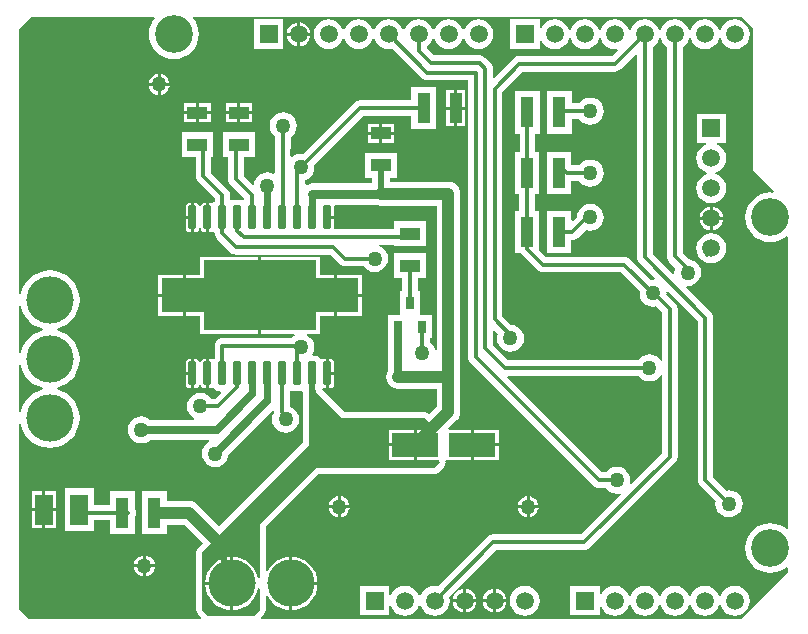
<source format=gtl>
G04*
G04 #@! TF.GenerationSoftware,Altium Limited,Altium Designer,18.0.7 (293)*
G04*
G04 Layer_Physical_Order=1*
G04 Layer_Color=255*
%FSLAX25Y25*%
%MOIN*%
G70*
G01*
G75*
%ADD13R,0.15748X0.07874*%
%ADD14R,0.04331X0.10236*%
%ADD15R,0.06693X0.04331*%
%ADD16R,0.05906X0.10236*%
%ADD17R,0.02756X0.03937*%
G04:AMPARAMS|DCode=18|XSize=78.35mil|YSize=24.8mil|CornerRadius=1.98mil|HoleSize=0mil|Usage=FLASHONLY|Rotation=90.000|XOffset=0mil|YOffset=0mil|HoleType=Round|Shape=RoundedRectangle|*
%AMROUNDEDRECTD18*
21,1,0.07835,0.02084,0,0,90.0*
21,1,0.07438,0.02480,0,0,90.0*
1,1,0.00397,0.01042,0.03719*
1,1,0.00397,0.01042,-0.03719*
1,1,0.00397,-0.01042,-0.03719*
1,1,0.00397,-0.01042,0.03719*
%
%ADD18ROUNDEDRECTD18*%
%ADD33R,0.37795X0.23622*%
%ADD34R,0.15748X0.11417*%
%ADD35C,0.01181*%
%ADD36C,0.00000*%
%ADD37C,0.03937*%
%ADD38C,0.01968*%
%ADD39C,0.02756*%
%ADD40C,0.03150*%
%ADD41C,0.02362*%
%ADD42R,0.05906X0.05906*%
%ADD43C,0.05906*%
%ADD44R,0.05906X0.05906*%
%ADD45C,0.15748*%
%ADD46C,0.12598*%
%ADD47C,0.05000*%
G36*
X52559Y204724D02*
X52796Y204224D01*
X52148Y203434D01*
X51380Y201998D01*
X50907Y200440D01*
X50747Y198819D01*
X50907Y197198D01*
X51380Y195640D01*
X52148Y194203D01*
X53181Y192945D01*
X54440Y191911D01*
X55876Y191144D01*
X57434Y190671D01*
X59055Y190511D01*
X60676Y190671D01*
X62234Y191144D01*
X63671Y191911D01*
X64929Y192945D01*
X65963Y194203D01*
X66730Y195640D01*
X67203Y197198D01*
X67363Y198819D01*
X67203Y200440D01*
X66730Y201998D01*
X65963Y203434D01*
X65314Y204224D01*
X65551Y204724D01*
X248031Y204724D01*
X251969Y200787D01*
Y153543D01*
X259019Y146493D01*
X258792Y146013D01*
X257874Y146103D01*
X256253Y145943D01*
X254695Y145471D01*
X253258Y144703D01*
X252000Y143670D01*
X250966Y142411D01*
X250199Y140975D01*
X249726Y139416D01*
X249566Y137795D01*
X249726Y136175D01*
X250199Y134616D01*
X250966Y133180D01*
X252000Y131921D01*
X253258Y130888D01*
X254695Y130120D01*
X256253Y129647D01*
X257874Y129488D01*
X259495Y129647D01*
X261053Y130120D01*
X262490Y130888D01*
X263280Y131536D01*
X263779Y131300D01*
Y34055D01*
X263280Y33819D01*
X262490Y34467D01*
X261053Y35234D01*
X259495Y35707D01*
X257874Y35867D01*
X256253Y35707D01*
X254695Y35234D01*
X253258Y34467D01*
X252000Y33434D01*
X250966Y32175D01*
X250199Y30738D01*
X249726Y29180D01*
X249566Y27559D01*
X249726Y25938D01*
X250199Y24380D01*
X250966Y22944D01*
X252000Y21685D01*
X253258Y20652D01*
X254695Y19884D01*
X256253Y19411D01*
X257874Y19251D01*
X259495Y19411D01*
X261053Y19884D01*
X262490Y20652D01*
X263280Y21300D01*
X263779Y21063D01*
Y19685D01*
X248031Y3937D01*
X88137Y3937D01*
X87946Y4399D01*
X89018Y5471D01*
X89453Y6122D01*
X89605Y6890D01*
Y11626D01*
X90105Y11752D01*
X90617Y10794D01*
X91726Y9443D01*
X93077Y8334D01*
X94619Y7510D01*
X96292Y7002D01*
X97531Y6880D01*
Y15748D01*
Y24616D01*
X96292Y24494D01*
X94619Y23986D01*
X93077Y23162D01*
X91726Y22053D01*
X90617Y20702D01*
X90105Y19745D01*
X89605Y19870D01*
Y34602D01*
X107131Y52127D01*
X145669D01*
X146437Y52280D01*
X147089Y52715D01*
X149057Y54683D01*
X149492Y55334D01*
X149645Y56102D01*
X149548Y56589D01*
X149908Y57064D01*
X149923Y57071D01*
X157965D01*
Y62008D01*
Y66945D01*
X150773D01*
X150582Y67407D01*
X153398Y70223D01*
X154029Y71046D01*
X154426Y72004D01*
X154561Y73031D01*
Y84646D01*
Y145669D01*
X154426Y146697D01*
X154029Y147655D01*
X153398Y148477D01*
X152576Y149108D01*
X151618Y149505D01*
X150591Y149640D01*
X135827D01*
X135230Y149562D01*
X130931D01*
Y150984D01*
X133268D01*
Y159252D01*
X122638D01*
Y150984D01*
X124974D01*
Y149165D01*
X105236D01*
X104311Y149043D01*
X103449Y148686D01*
X103266Y148545D01*
X102817Y148766D01*
Y150287D01*
X103631Y150624D01*
X104565Y151341D01*
X105281Y152274D01*
X105731Y153361D01*
X105885Y154528D01*
X105785Y155285D01*
X122132Y171632D01*
X138189D01*
Y167126D01*
X146457D01*
Y181299D01*
X138189D01*
Y176794D01*
X121063D01*
X120395Y176706D01*
X119772Y176448D01*
X119238Y176038D01*
X102135Y158935D01*
X101378Y159035D01*
X100211Y158881D01*
X99124Y158431D01*
X98376Y157857D01*
X97876Y158094D01*
Y160534D01*
X97966Y160749D01*
X98054Y161417D01*
Y164655D01*
X98659Y165120D01*
X99376Y166054D01*
X99826Y167141D01*
X99980Y168307D01*
X99826Y169474D01*
X99376Y170561D01*
X98659Y171494D01*
X97726Y172210D01*
X96639Y172661D01*
X95472Y172814D01*
X94306Y172661D01*
X93219Y172210D01*
X92286Y171494D01*
X91569Y170561D01*
X91119Y169474D01*
X90965Y168307D01*
X91119Y167141D01*
X91569Y166054D01*
X92286Y165120D01*
X92891Y164655D01*
Y162478D01*
X92802Y162262D01*
X92714Y161594D01*
Y152639D01*
X92214Y152324D01*
X91403Y152661D01*
X90236Y152814D01*
X89070Y152661D01*
X87983Y152210D01*
X87049Y151494D01*
X86333Y150561D01*
X85883Y149474D01*
X85803Y148869D01*
X85275Y148690D01*
X82306Y151660D01*
Y157874D01*
X86024D01*
Y166142D01*
X75394D01*
Y157874D01*
X77143D01*
Y150591D01*
X77231Y149923D01*
X77489Y149300D01*
X77899Y148765D01*
X82487Y144178D01*
X82459Y143932D01*
X82385Y143849D01*
X81946Y143591D01*
X81278Y143723D01*
X79194D01*
X78349Y143555D01*
X78258Y143495D01*
X77817Y143730D01*
Y145236D01*
X77729Y145904D01*
X77472Y146527D01*
X77061Y147061D01*
X71479Y152644D01*
Y157874D01*
X72244D01*
Y166142D01*
X61614D01*
Y157874D01*
X66316D01*
Y151575D01*
X66404Y150907D01*
X66662Y150284D01*
X67072Y149750D01*
X72655Y144167D01*
Y143092D01*
X72632Y143076D01*
X72432Y142776D01*
X71746Y142643D01*
X71278Y142736D01*
X70736D01*
Y137795D01*
Y132854D01*
X71278D01*
X71746Y132948D01*
X72432Y132814D01*
X72632Y132514D01*
X72655Y132499D01*
Y132441D01*
X72743Y131773D01*
X73001Y131150D01*
X73411Y130616D01*
X77899Y126128D01*
X78434Y125717D01*
X79056Y125460D01*
X79724Y125372D01*
X111136D01*
X114317Y122191D01*
X114851Y121780D01*
X115474Y121523D01*
X116142Y121435D01*
X122332D01*
X122797Y120829D01*
X123731Y120113D01*
X124818Y119662D01*
X125984Y119509D01*
X127151Y119662D01*
X128238Y120113D01*
X129171Y120829D01*
X129887Y121762D01*
X130338Y122849D01*
X130491Y124016D01*
X130338Y125182D01*
X129887Y126269D01*
X129171Y127203D01*
X128238Y127919D01*
X127468Y128238D01*
X127567Y128738D01*
X132480D01*
Y128150D01*
X143110D01*
Y136417D01*
X132480D01*
Y133900D01*
X112645D01*
X112500Y134076D01*
Y137295D01*
X110236D01*
Y138295D01*
X112500D01*
Y141514D01*
X112499Y141517D01*
X112910Y142017D01*
X126293D01*
X126925Y141755D01*
X127953Y141620D01*
X137717D01*
X138314Y141698D01*
X146619D01*
Y93463D01*
X146119Y93430D01*
X146086Y93686D01*
X145635Y94773D01*
X144919Y95707D01*
X144313Y96171D01*
Y97441D01*
X145079D01*
Y105315D01*
X141642D01*
X141142Y105315D01*
X141142Y105815D01*
Y113189D01*
X140376D01*
Y117520D01*
X143110D01*
Y125787D01*
X132480D01*
Y117520D01*
X135214D01*
Y113189D01*
X134449D01*
X134449Y105315D01*
X133949Y105315D01*
X130512D01*
Y101598D01*
X130483Y101378D01*
Y86714D01*
X130419Y86631D01*
X130023Y85673D01*
X129887Y84646D01*
X130023Y83618D01*
X130419Y82660D01*
X131050Y81838D01*
X131873Y81207D01*
X132831Y80810D01*
X133858Y80675D01*
X146619D01*
Y74676D01*
X144182Y72239D01*
X144136Y72285D01*
X143485Y72720D01*
X142717Y72873D01*
X115989Y72873D01*
X108490Y80372D01*
X108489Y80392D01*
X108672Y80897D01*
X108704Y80906D01*
X108727Y80900D01*
X109195Y80807D01*
X109736D01*
Y85748D01*
Y90689D01*
X109195D01*
X108727Y90596D01*
X108041Y90729D01*
X107840Y91029D01*
X107123Y91508D01*
X106278Y91676D01*
X105418D01*
X105197Y92125D01*
X105281Y92235D01*
X105731Y93322D01*
X105885Y94488D01*
X105731Y95655D01*
X105281Y96742D01*
X104565Y97675D01*
X103631Y98391D01*
X103464Y98461D01*
X103564Y98961D01*
X107634D01*
Y105063D01*
X112335D01*
Y111772D01*
Y118480D01*
X107634D01*
Y124583D01*
X88236D01*
Y111772D01*
Y98961D01*
X99192D01*
X99291Y98461D01*
X99124Y98391D01*
X98191Y97675D01*
X98058Y97502D01*
X75236D01*
X74568Y97414D01*
X73946Y97157D01*
X73411Y96746D01*
X73001Y96212D01*
X72743Y95589D01*
X72655Y94921D01*
Y91044D01*
X72632Y91029D01*
X72432Y90729D01*
X71746Y90596D01*
X71278Y90689D01*
X70736D01*
Y85748D01*
Y80807D01*
X71278D01*
X71746Y80900D01*
X72432Y80767D01*
X72632Y80467D01*
X73349Y79988D01*
X74195Y79820D01*
X74442D01*
X74634Y79358D01*
X72660Y77384D01*
X71565D01*
X71100Y77990D01*
X70167Y78706D01*
X69080Y79157D01*
X67913Y79310D01*
X66747Y79157D01*
X65660Y78706D01*
X64726Y77990D01*
X64010Y77057D01*
X63560Y75970D01*
X63406Y74803D01*
X63560Y73637D01*
X64010Y72550D01*
X64726Y71616D01*
X65660Y70900D01*
X65890Y70805D01*
X65791Y70305D01*
X51170D01*
X50482Y70832D01*
X49395Y71283D01*
X48228Y71436D01*
X47062Y71283D01*
X45975Y70832D01*
X45041Y70116D01*
X44325Y69183D01*
X43875Y68096D01*
X43721Y66929D01*
X43875Y65763D01*
X44325Y64676D01*
X45041Y63742D01*
X45975Y63026D01*
X47062Y62576D01*
X48228Y62422D01*
X49395Y62576D01*
X50482Y63026D01*
X51170Y63554D01*
X70712D01*
X70811Y63054D01*
X70581Y62958D01*
X69648Y62242D01*
X68931Y61309D01*
X68481Y60222D01*
X68328Y59055D01*
X68481Y57889D01*
X68931Y56802D01*
X69648Y55868D01*
X70581Y55152D01*
X71668Y54702D01*
X72835Y54548D01*
X74001Y54702D01*
X75088Y55152D01*
X76022Y55868D01*
X76738Y56802D01*
X77188Y57889D01*
X77301Y58748D01*
X91953Y73400D01*
X92491Y73230D01*
X92548Y72933D01*
X92371Y72703D01*
X91921Y71616D01*
X91767Y70450D01*
X91921Y69283D01*
X92371Y68196D01*
X93088Y67263D01*
X94021Y66546D01*
X95108Y66096D01*
X96274Y65943D01*
X97441Y66096D01*
X98528Y66546D01*
X99461Y67263D01*
X100178Y68196D01*
X100628Y69283D01*
X100782Y70450D01*
X100628Y71616D01*
X100178Y72703D01*
X99461Y73637D01*
X98528Y74353D01*
X97817Y74647D01*
Y79813D01*
X98258Y80049D01*
X98349Y79988D01*
X99195Y79820D01*
X101278D01*
X101758Y79915D01*
X102258Y79522D01*
Y62774D01*
X74223Y34739D01*
X66784Y42178D01*
X65962Y42809D01*
X65004Y43206D01*
X63976Y43341D01*
X56693D01*
Y46457D01*
X48425D01*
Y32283D01*
X56693D01*
Y35399D01*
X62331D01*
X68607Y29123D01*
X67085Y27600D01*
X66650Y26949D01*
X66497Y26181D01*
Y6890D01*
X66650Y6122D01*
X67085Y5471D01*
X68156Y4399D01*
X67965Y3937D01*
X10827D01*
X7516Y7248D01*
Y68914D01*
X8016Y68938D01*
X8016Y68937D01*
X8579Y67081D01*
X9493Y65372D01*
X10723Y63873D01*
X12222Y62643D01*
X13932Y61729D01*
X15787Y61166D01*
X17717Y60976D01*
X19646Y61166D01*
X21501Y61729D01*
X23211Y62643D01*
X24710Y63873D01*
X25940Y65372D01*
X26854Y67081D01*
X27417Y68937D01*
X27607Y70866D01*
X27417Y72796D01*
X26854Y74651D01*
X25940Y76361D01*
X24710Y77859D01*
X23211Y79089D01*
X21501Y80003D01*
X20038Y80447D01*
Y80970D01*
X21501Y81414D01*
X23211Y82328D01*
X24710Y83558D01*
X25940Y85057D01*
X26854Y86766D01*
X27417Y88622D01*
X27607Y90551D01*
X27417Y92481D01*
X26854Y94336D01*
X25940Y96046D01*
X24710Y97545D01*
X23211Y98774D01*
X21501Y99689D01*
X20038Y100132D01*
Y100655D01*
X21501Y101099D01*
X23211Y102013D01*
X24710Y103243D01*
X25940Y104742D01*
X26854Y106451D01*
X27417Y108307D01*
X27607Y110236D01*
X27417Y112166D01*
X26854Y114021D01*
X25940Y115731D01*
X24710Y117230D01*
X23211Y118460D01*
X21501Y119374D01*
X19646Y119936D01*
X17717Y120126D01*
X15787Y119936D01*
X13932Y119374D01*
X12222Y118460D01*
X10723Y117230D01*
X9493Y115731D01*
X8579Y114021D01*
X8016Y112166D01*
X8016Y112164D01*
X7516Y112189D01*
Y200430D01*
X11811Y204724D01*
X52559Y204724D01*
D02*
G37*
G36*
X8016Y108307D02*
X8579Y106451D01*
X9493Y104742D01*
X10723Y103243D01*
X12222Y102013D01*
X13932Y101099D01*
X15395Y100655D01*
Y100132D01*
X13932Y99689D01*
X12222Y98774D01*
X10723Y97545D01*
X9493Y96046D01*
X8579Y94336D01*
X8016Y92481D01*
X8016Y92479D01*
X7516Y92504D01*
Y108284D01*
X8016Y108308D01*
X8016Y108307D01*
D02*
G37*
G36*
Y88622D02*
X8579Y86766D01*
X9493Y85057D01*
X10723Y83558D01*
X12222Y82328D01*
X13932Y81414D01*
X15395Y80970D01*
Y80447D01*
X13932Y80003D01*
X12222Y79089D01*
X10723Y77859D01*
X9493Y76361D01*
X8579Y74651D01*
X8016Y72796D01*
X8016Y72794D01*
X7516Y72819D01*
Y88599D01*
X8016Y88623D01*
X8016Y88622D01*
D02*
G37*
G36*
X105736Y80807D02*
X105799D01*
X106299Y80316D01*
Y79724D01*
X115157Y70866D01*
X142717Y70866D01*
X146176Y67407D01*
X145984Y66945D01*
X140067D01*
Y62008D01*
Y57071D01*
X147441D01*
Y56299D01*
X147638Y56102D01*
X145669Y54134D01*
X106299D01*
X87598Y35433D01*
Y17448D01*
X87098Y17423D01*
X87092Y17488D01*
X86585Y19160D01*
X85761Y20702D01*
X84652Y22053D01*
X83301Y23162D01*
X81759Y23986D01*
X80086Y24494D01*
X78847Y24616D01*
Y15748D01*
Y6880D01*
X80086Y7002D01*
X81759Y7510D01*
X83301Y8334D01*
X84652Y9443D01*
X85761Y10794D01*
X86585Y12336D01*
X87092Y14008D01*
X87098Y14073D01*
X87598Y14048D01*
Y6890D01*
X85630Y4921D01*
X70472D01*
X68504Y6890D01*
Y26181D01*
X104331Y62008D01*
Y80807D01*
X104736D01*
Y85748D01*
X105736D01*
Y80807D01*
D02*
G37*
%LPC*%
G36*
X246063Y203783D02*
X244778Y203613D01*
X243581Y203118D01*
X242553Y202329D01*
X241764Y201301D01*
X241320Y200227D01*
X241319Y200227D01*
X240807D01*
X240806Y200227D01*
X240362Y201301D01*
X239573Y202329D01*
X238545Y203118D01*
X237348Y203613D01*
X236063Y203783D01*
X234778Y203613D01*
X233581Y203118D01*
X232553Y202329D01*
X231764Y201301D01*
X231320Y200227D01*
X231319Y200227D01*
X230807D01*
X230806Y200227D01*
X230362Y201301D01*
X229573Y202329D01*
X228545Y203118D01*
X227348Y203613D01*
X226063Y203783D01*
X224778Y203613D01*
X223581Y203118D01*
X222553Y202329D01*
X221764Y201301D01*
X221320Y200227D01*
X221319Y200227D01*
X220807D01*
X220806Y200227D01*
X220362Y201301D01*
X219573Y202329D01*
X218545Y203118D01*
X217348Y203613D01*
X216063Y203783D01*
X214778Y203613D01*
X213581Y203118D01*
X212553Y202329D01*
X211764Y201301D01*
X211320Y200227D01*
X211319Y200227D01*
X210807D01*
X210806Y200227D01*
X210362Y201301D01*
X209573Y202329D01*
X208545Y203118D01*
X207348Y203613D01*
X206063Y203783D01*
X204778Y203613D01*
X203581Y203118D01*
X202553Y202329D01*
X201764Y201301D01*
X201320Y200227D01*
X201319Y200227D01*
X200807D01*
X200806Y200227D01*
X200362Y201301D01*
X199573Y202329D01*
X198545Y203118D01*
X197348Y203613D01*
X196063Y203783D01*
X194778Y203613D01*
X193581Y203118D01*
X192553Y202329D01*
X191764Y201301D01*
X191320Y200227D01*
X191319Y200227D01*
X190807D01*
X190806Y200227D01*
X190362Y201301D01*
X189573Y202329D01*
X188545Y203118D01*
X187348Y203613D01*
X186063Y203783D01*
X184778Y203613D01*
X183581Y203118D01*
X182553Y202329D01*
X181764Y201301D01*
X181484Y200625D01*
X180984Y200724D01*
Y203740D01*
X171142D01*
Y193898D01*
X180984D01*
Y196914D01*
X181484Y197013D01*
X181764Y196337D01*
X182553Y195309D01*
X183581Y194520D01*
X184778Y194024D01*
X186063Y193855D01*
X187348Y194024D01*
X188545Y194520D01*
X189573Y195309D01*
X190362Y196337D01*
X190806Y197411D01*
X190807Y197411D01*
X191319D01*
X191320Y197411D01*
X191764Y196337D01*
X192553Y195309D01*
X193581Y194520D01*
X194778Y194024D01*
X196063Y193855D01*
X197348Y194024D01*
X198545Y194520D01*
X199573Y195309D01*
X200362Y196337D01*
X200806Y197411D01*
X200807Y197411D01*
X201319D01*
X201320Y197411D01*
X201764Y196337D01*
X202553Y195309D01*
X203581Y194520D01*
X204778Y194024D01*
X206063Y193855D01*
X206845Y193958D01*
X207078Y193484D01*
X205151Y191558D01*
X174213D01*
X173545Y191470D01*
X172922Y191212D01*
X172388Y190802D01*
X165838Y184252D01*
X165376Y184444D01*
Y187328D01*
X165288Y187996D01*
X165031Y188619D01*
X164620Y189153D01*
X162775Y190998D01*
X162241Y191409D01*
X161618Y191666D01*
X160950Y191754D01*
X145799D01*
X143388Y194166D01*
X143419Y194756D01*
X144140Y195309D01*
X144929Y196337D01*
X145373Y197411D01*
X145374Y197411D01*
X145886D01*
X145887Y197411D01*
X146331Y196337D01*
X147120Y195309D01*
X148148Y194520D01*
X149345Y194024D01*
X150630Y193855D01*
X151915Y194024D01*
X153112Y194520D01*
X154140Y195309D01*
X154929Y196337D01*
X155373Y197411D01*
X155374Y197411D01*
X155886D01*
X155886Y197411D01*
X156331Y196337D01*
X157120Y195309D01*
X158148Y194520D01*
X159345Y194024D01*
X160630Y193855D01*
X161915Y194024D01*
X163112Y194520D01*
X164140Y195309D01*
X164929Y196337D01*
X165425Y197534D01*
X165594Y198819D01*
X165425Y200104D01*
X164929Y201301D01*
X164140Y202329D01*
X163112Y203118D01*
X161915Y203613D01*
X160630Y203783D01*
X159345Y203613D01*
X158148Y203118D01*
X157120Y202329D01*
X156331Y201301D01*
X155886Y200227D01*
X155886Y200227D01*
X155374D01*
X155373Y200227D01*
X154929Y201301D01*
X154140Y202329D01*
X153112Y203118D01*
X151915Y203613D01*
X150630Y203783D01*
X149345Y203613D01*
X148148Y203118D01*
X147120Y202329D01*
X146331Y201301D01*
X145887Y200227D01*
X145886Y200227D01*
X145374D01*
X145373Y200227D01*
X144929Y201301D01*
X144140Y202329D01*
X143112Y203118D01*
X141915Y203613D01*
X140630Y203783D01*
X139345Y203613D01*
X138148Y203118D01*
X137120Y202329D01*
X136331Y201301D01*
X135887Y200227D01*
X135886Y200227D01*
X135374D01*
X135373Y200227D01*
X134929Y201301D01*
X134140Y202329D01*
X133112Y203118D01*
X131915Y203613D01*
X130630Y203783D01*
X129345Y203613D01*
X128148Y203118D01*
X127120Y202329D01*
X126331Y201301D01*
X125886Y200227D01*
X125886Y200227D01*
X125374D01*
X125373Y200227D01*
X124929Y201301D01*
X124140Y202329D01*
X123112Y203118D01*
X121915Y203613D01*
X120630Y203783D01*
X119345Y203613D01*
X118148Y203118D01*
X117120Y202329D01*
X116331Y201301D01*
X115886Y200227D01*
X115886Y200227D01*
X115374D01*
X115373Y200227D01*
X114929Y201301D01*
X114140Y202329D01*
X113112Y203118D01*
X111915Y203613D01*
X110630Y203783D01*
X109345Y203613D01*
X108148Y203118D01*
X107120Y202329D01*
X106331Y201301D01*
X105835Y200104D01*
X105666Y198819D01*
X105835Y197534D01*
X106331Y196337D01*
X107120Y195309D01*
X108148Y194520D01*
X109345Y194024D01*
X110630Y193855D01*
X111915Y194024D01*
X113112Y194520D01*
X114140Y195309D01*
X114929Y196337D01*
X115373Y197411D01*
X115374Y197411D01*
X115886D01*
X115886Y197411D01*
X116331Y196337D01*
X117120Y195309D01*
X118148Y194520D01*
X119345Y194024D01*
X120630Y193855D01*
X121915Y194024D01*
X123112Y194520D01*
X124140Y195309D01*
X124929Y196337D01*
X125373Y197411D01*
X125374Y197411D01*
X125886D01*
X125886Y197411D01*
X126331Y196337D01*
X127120Y195309D01*
X128148Y194520D01*
X129345Y194024D01*
X130630Y193855D01*
X131791Y194008D01*
X141600Y184198D01*
X142135Y183788D01*
X142757Y183530D01*
X143425Y183442D01*
X157064D01*
Y91339D01*
X157152Y90671D01*
X157410Y90048D01*
X157820Y89513D01*
X198962Y48372D01*
X199497Y47962D01*
X200119Y47704D01*
X200787Y47616D01*
X203041D01*
X203506Y47010D01*
X204439Y46294D01*
X205526Y45843D01*
X206693Y45690D01*
X207819Y45838D01*
X207859Y45802D01*
X207985Y45296D01*
X194797Y32109D01*
X165512D01*
X164844Y32021D01*
X164221Y31763D01*
X163687Y31353D01*
X147145Y14811D01*
X145984Y14964D01*
X144700Y14795D01*
X143502Y14299D01*
X142474Y13510D01*
X141685Y12482D01*
X141241Y11408D01*
X141240Y11408D01*
X140728D01*
X140728Y11408D01*
X140283Y12482D01*
X139494Y13510D01*
X138466Y14299D01*
X137269Y14795D01*
X135984Y14964D01*
X134699Y14795D01*
X133502Y14299D01*
X132474Y13510D01*
X131685Y12482D01*
X131405Y11806D01*
X130905Y11905D01*
Y14921D01*
X121063D01*
Y5079D01*
X130905D01*
Y8095D01*
X131405Y8194D01*
X131685Y7518D01*
X132474Y6490D01*
X133502Y5701D01*
X134699Y5205D01*
X135984Y5036D01*
X137269Y5205D01*
X138466Y5701D01*
X139494Y6490D01*
X140283Y7518D01*
X140728Y8592D01*
X140728Y8592D01*
X141240D01*
X141241Y8592D01*
X141685Y7518D01*
X142474Y6490D01*
X143502Y5701D01*
X144700Y5205D01*
X145984Y5036D01*
X147269Y5205D01*
X148466Y5701D01*
X149494Y6490D01*
X150283Y7518D01*
X150779Y8715D01*
X150948Y10000D01*
X150795Y11161D01*
X166581Y26946D01*
X195866D01*
X196534Y27034D01*
X197157Y27292D01*
X197691Y27702D01*
X226235Y56246D01*
X226645Y56780D01*
X226903Y57403D01*
X226991Y58071D01*
Y107283D01*
X226903Y107951D01*
X226645Y108574D01*
X226235Y109109D01*
X223245Y112099D01*
X223296Y112490D01*
X223234Y112960D01*
X223708Y113193D01*
X233639Y103262D01*
Y50197D01*
X233727Y49529D01*
X233985Y48906D01*
X234395Y48372D01*
X239687Y43080D01*
X239587Y42323D01*
X239741Y41156D01*
X240191Y40069D01*
X240908Y39136D01*
X241841Y38420D01*
X242928Y37969D01*
X244094Y37816D01*
X245261Y37969D01*
X246348Y38420D01*
X247281Y39136D01*
X247998Y40069D01*
X248448Y41156D01*
X248602Y42323D01*
X248448Y43489D01*
X247998Y44576D01*
X247281Y45510D01*
X246348Y46226D01*
X245261Y46676D01*
X244094Y46830D01*
X243337Y46730D01*
X238802Y51266D01*
Y104331D01*
X238714Y104999D01*
X238456Y105621D01*
X238046Y106156D01*
X229730Y114472D01*
X229951Y114920D01*
X230315Y114873D01*
X231482Y115026D01*
X232569Y115476D01*
X233502Y116192D01*
X234218Y117126D01*
X234668Y118213D01*
X234822Y119379D01*
X234668Y120546D01*
X234218Y121633D01*
X233502Y122566D01*
X232569Y123283D01*
X231482Y123733D01*
X230619Y123846D01*
X228644Y125822D01*
Y194596D01*
X229573Y195309D01*
X230362Y196337D01*
X230806Y197411D01*
X230807Y197411D01*
X231319D01*
X231320Y197411D01*
X231764Y196337D01*
X232553Y195309D01*
X233581Y194520D01*
X234778Y194024D01*
X236063Y193855D01*
X237348Y194024D01*
X238545Y194520D01*
X239573Y195309D01*
X240362Y196337D01*
X240806Y197411D01*
X240807Y197411D01*
X241319D01*
X241320Y197411D01*
X241764Y196337D01*
X242553Y195309D01*
X243581Y194520D01*
X244778Y194024D01*
X246063Y193855D01*
X247348Y194024D01*
X248545Y194520D01*
X249573Y195309D01*
X250362Y196337D01*
X250858Y197534D01*
X251027Y198819D01*
X250858Y200104D01*
X250362Y201301D01*
X249573Y202329D01*
X248545Y203118D01*
X247348Y203613D01*
X246063Y203783D01*
D02*
G37*
G36*
X101130Y202740D02*
Y199319D01*
X104551D01*
X104481Y199851D01*
X104083Y200812D01*
X103449Y201638D01*
X102623Y202272D01*
X101662Y202670D01*
X101130Y202740D01*
D02*
G37*
G36*
X100130D02*
X99598Y202670D01*
X98637Y202272D01*
X97811Y201638D01*
X97177Y200812D01*
X96779Y199851D01*
X96709Y199319D01*
X100130D01*
Y202740D01*
D02*
G37*
G36*
X104551Y198319D02*
X101130D01*
Y194898D01*
X101662Y194968D01*
X102623Y195366D01*
X103449Y196000D01*
X104083Y196826D01*
X104481Y197787D01*
X104551Y198319D01*
D02*
G37*
G36*
X100130D02*
X96709D01*
X96779Y197787D01*
X97177Y196826D01*
X97811Y196000D01*
X98637Y195366D01*
X99598Y194968D01*
X100130Y194898D01*
Y198319D01*
D02*
G37*
G36*
X95551Y203740D02*
X85709D01*
Y193898D01*
X95551D01*
Y203740D01*
D02*
G37*
G36*
X54634Y185551D02*
Y182587D01*
X57598D01*
X57544Y183000D01*
X57191Y183852D01*
X56630Y184583D01*
X55899Y185144D01*
X55048Y185496D01*
X54634Y185551D01*
D02*
G37*
G36*
X53634D02*
X53220Y185496D01*
X52369Y185144D01*
X51638Y184583D01*
X51077Y183852D01*
X50724Y183000D01*
X50669Y182587D01*
X53634D01*
Y185551D01*
D02*
G37*
G36*
X57598Y181587D02*
X54634D01*
Y178622D01*
X55048Y178677D01*
X55899Y179029D01*
X56630Y179590D01*
X57191Y180322D01*
X57544Y181173D01*
X57598Y181587D01*
D02*
G37*
G36*
X53634D02*
X50669D01*
X50724Y181173D01*
X51077Y180322D01*
X51638Y179590D01*
X52369Y179029D01*
X53220Y178677D01*
X53634Y178622D01*
Y181587D01*
D02*
G37*
G36*
X156118Y180331D02*
X153453D01*
Y174713D01*
X156118D01*
Y180331D01*
D02*
G37*
G36*
X152453D02*
X149787D01*
Y174713D01*
X152453D01*
Y180331D01*
D02*
G37*
G36*
X85055Y175803D02*
X81209D01*
Y173138D01*
X85055D01*
Y175803D01*
D02*
G37*
G36*
X80209D02*
X76362D01*
Y173138D01*
X80209D01*
Y175803D01*
D02*
G37*
G36*
X71276D02*
X67429D01*
Y173138D01*
X71276D01*
Y175803D01*
D02*
G37*
G36*
X66429D02*
X62583D01*
Y173138D01*
X66429D01*
Y175803D01*
D02*
G37*
G36*
X85055Y172138D02*
X81209D01*
Y169472D01*
X85055D01*
Y172138D01*
D02*
G37*
G36*
X80209D02*
X76362D01*
Y169472D01*
X80209D01*
Y172138D01*
D02*
G37*
G36*
X71276Y172138D02*
X67429D01*
Y169472D01*
X71276D01*
Y172138D01*
D02*
G37*
G36*
X66429D02*
X62583D01*
Y169472D01*
X66429D01*
Y172138D01*
D02*
G37*
G36*
X156118Y173713D02*
X153453D01*
Y168095D01*
X156118D01*
Y173713D01*
D02*
G37*
G36*
X152453D02*
X149787D01*
Y168095D01*
X152453D01*
Y173713D01*
D02*
G37*
G36*
X132299Y168913D02*
X128453D01*
Y166248D01*
X132299D01*
Y168913D01*
D02*
G37*
G36*
X127453D02*
X123606D01*
Y166248D01*
X127453D01*
Y168913D01*
D02*
G37*
G36*
X132299Y165248D02*
X128453D01*
Y162583D01*
X132299D01*
Y165248D01*
D02*
G37*
G36*
X127453D02*
X123606D01*
Y162583D01*
X127453D01*
Y165248D01*
D02*
G37*
G36*
X243110Y172402D02*
X233268D01*
Y162559D01*
X236284D01*
X236383Y162059D01*
X235707Y161779D01*
X234679Y160990D01*
X233890Y159962D01*
X233394Y158765D01*
X233225Y157480D01*
X233394Y156196D01*
X233890Y154999D01*
X234679Y153970D01*
X235707Y153182D01*
X236781Y152737D01*
X236781Y152736D01*
Y152225D01*
X236781Y152224D01*
X235707Y151779D01*
X234679Y150990D01*
X233890Y149962D01*
X233394Y148765D01*
X233225Y147480D01*
X233394Y146196D01*
X233890Y144999D01*
X234679Y143970D01*
X235707Y143182D01*
X236904Y142686D01*
X238189Y142517D01*
X239474Y142686D01*
X240671Y143182D01*
X241699Y143970D01*
X242488Y144999D01*
X242984Y146196D01*
X243153Y147480D01*
X242984Y148765D01*
X242488Y149962D01*
X241699Y150990D01*
X240671Y151779D01*
X239597Y152224D01*
X239597Y152225D01*
Y152736D01*
X239597Y152737D01*
X240671Y153182D01*
X241699Y153970D01*
X242488Y154999D01*
X242984Y156196D01*
X243153Y157480D01*
X242984Y158765D01*
X242488Y159962D01*
X241699Y160990D01*
X240671Y161779D01*
X239995Y162059D01*
X240094Y162559D01*
X243110D01*
Y172402D01*
D02*
G37*
G36*
X69736Y142736D02*
X69195D01*
X68727Y142643D01*
X68331Y142378D01*
X68066Y141982D01*
X67973Y141514D01*
X67500D01*
X67407Y141982D01*
X67142Y142378D01*
X66746Y142643D01*
X66278Y142736D01*
X65736D01*
Y137795D01*
Y132854D01*
X66278D01*
X66746Y132948D01*
X67142Y133212D01*
X67407Y133609D01*
X67500Y134076D01*
X67973D01*
X68066Y133609D01*
X68331Y133212D01*
X68727Y132948D01*
X69195Y132854D01*
X69736D01*
Y137795D01*
Y142736D01*
D02*
G37*
G36*
X64736D02*
X64195D01*
X63727Y142643D01*
X63331Y142378D01*
X63066Y141982D01*
X62973Y141514D01*
Y138295D01*
X64736D01*
Y142736D01*
D02*
G37*
G36*
X238689Y141401D02*
Y137980D01*
X242110D01*
X242040Y138512D01*
X241642Y139474D01*
X241008Y140299D01*
X240182Y140933D01*
X239221Y141331D01*
X238689Y141401D01*
D02*
G37*
G36*
X237689D02*
X237157Y141331D01*
X236196Y140933D01*
X235370Y140299D01*
X234736Y139474D01*
X234338Y138512D01*
X234268Y137980D01*
X237689D01*
Y141401D01*
D02*
G37*
G36*
Y136980D02*
X234268D01*
X234338Y136448D01*
X234736Y135487D01*
X235370Y134661D01*
X236196Y134028D01*
X237157Y133629D01*
X237689Y133559D01*
Y136980D01*
D02*
G37*
G36*
X242110D02*
X238689D01*
Y133559D01*
X239221Y133629D01*
X240182Y134028D01*
X241008Y134661D01*
X241642Y135487D01*
X242040Y136448D01*
X242110Y136980D01*
D02*
G37*
G36*
X64736Y137295D02*
X62973D01*
Y134076D01*
X63066Y133609D01*
X63331Y133212D01*
X63727Y132948D01*
X64195Y132854D01*
X64736D01*
Y137295D01*
D02*
G37*
G36*
X238189Y132444D02*
X236904Y132275D01*
X235707Y131779D01*
X234679Y130990D01*
X233890Y129962D01*
X233394Y128765D01*
X233225Y127480D01*
X233394Y126196D01*
X233890Y124998D01*
X234679Y123970D01*
X234867Y123826D01*
X235065Y123569D01*
X235599Y123158D01*
X236222Y122900D01*
X236462Y122869D01*
X236904Y122686D01*
X238189Y122517D01*
X239474Y122686D01*
X240671Y123182D01*
X241699Y123970D01*
X242488Y124998D01*
X242984Y126196D01*
X243153Y127480D01*
X242984Y128765D01*
X242488Y129962D01*
X241699Y130990D01*
X240671Y131779D01*
X239474Y132275D01*
X238189Y132444D01*
D02*
G37*
G36*
X121709Y118480D02*
X113335D01*
Y112272D01*
X121709D01*
Y118480D01*
D02*
G37*
G36*
X62138D02*
X53764D01*
Y112272D01*
X62138D01*
Y118480D01*
D02*
G37*
G36*
X121709Y111272D02*
X113335D01*
Y105063D01*
X121709D01*
Y111272D01*
D02*
G37*
G36*
X62138D02*
X53764D01*
Y105063D01*
X62138D01*
Y111272D01*
D02*
G37*
G36*
X87236Y124583D02*
X67839D01*
Y118480D01*
X63138D01*
Y111772D01*
Y105063D01*
X67839D01*
Y98961D01*
X87236D01*
Y111772D01*
Y124583D01*
D02*
G37*
G36*
X69736Y90689D02*
X69195D01*
X68727Y90596D01*
X68331Y90331D01*
X68066Y89934D01*
X67973Y89467D01*
X67500D01*
X67407Y89934D01*
X67142Y90331D01*
X66746Y90596D01*
X66278Y90689D01*
X65736D01*
Y85748D01*
Y80807D01*
X66278D01*
X66746Y80900D01*
X67142Y81165D01*
X67407Y81561D01*
X67500Y82029D01*
X67973D01*
X68066Y81561D01*
X68331Y81165D01*
X68727Y80900D01*
X69195Y80807D01*
X69736D01*
Y85748D01*
Y90689D01*
D02*
G37*
G36*
X111278D02*
X110736D01*
Y86248D01*
X112500D01*
Y89467D01*
X112407Y89934D01*
X112142Y90331D01*
X111746Y90596D01*
X111278Y90689D01*
D02*
G37*
G36*
X64736D02*
X64195D01*
X63727Y90596D01*
X63331Y90331D01*
X63066Y89934D01*
X62973Y89467D01*
Y86248D01*
X64736D01*
Y90689D01*
D02*
G37*
G36*
X112500Y85248D02*
X110736D01*
Y80807D01*
X111278D01*
X111746Y80900D01*
X112142Y81165D01*
X112407Y81561D01*
X112500Y82029D01*
Y85248D01*
D02*
G37*
G36*
X64736D02*
X62973D01*
Y82029D01*
X63066Y81561D01*
X63331Y81165D01*
X63727Y80900D01*
X64195Y80807D01*
X64736D01*
Y85248D01*
D02*
G37*
G36*
X167339Y66945D02*
X158965D01*
Y62508D01*
X167339D01*
Y66945D01*
D02*
G37*
G36*
Y61508D02*
X158965D01*
Y57071D01*
X167339D01*
Y61508D01*
D02*
G37*
G36*
X177665Y44803D02*
Y41839D01*
X180630D01*
X180575Y42252D01*
X180223Y43104D01*
X179662Y43835D01*
X178930Y44396D01*
X178079Y44748D01*
X177665Y44803D01*
D02*
G37*
G36*
X176665D02*
X176252Y44748D01*
X175400Y44396D01*
X174669Y43835D01*
X174108Y43104D01*
X173755Y42252D01*
X173701Y41839D01*
X176665D01*
Y44803D01*
D02*
G37*
G36*
X114673D02*
Y41839D01*
X117638D01*
X117583Y42252D01*
X117230Y43104D01*
X116669Y43835D01*
X115938Y44396D01*
X115087Y44748D01*
X114673Y44803D01*
D02*
G37*
G36*
X113673D02*
X113259Y44748D01*
X112408Y44396D01*
X111677Y43835D01*
X111116Y43104D01*
X110763Y42252D01*
X110709Y41839D01*
X113673D01*
Y44803D01*
D02*
G37*
G36*
X19701Y46472D02*
X16248D01*
Y40854D01*
X19701D01*
Y46472D01*
D02*
G37*
G36*
X15248D02*
X11795D01*
Y40854D01*
X15248D01*
Y46472D01*
D02*
G37*
G36*
X180630Y40839D02*
X177665D01*
Y37874D01*
X178079Y37929D01*
X178930Y38281D01*
X179662Y38842D01*
X180223Y39573D01*
X180575Y40425D01*
X180630Y40839D01*
D02*
G37*
G36*
X176665D02*
X173701D01*
X173755Y40425D01*
X174108Y39573D01*
X174669Y38842D01*
X175400Y38281D01*
X176252Y37929D01*
X176665Y37874D01*
Y40839D01*
D02*
G37*
G36*
X117638D02*
X114673D01*
Y37874D01*
X115087Y37929D01*
X115938Y38281D01*
X116669Y38842D01*
X117230Y39573D01*
X117583Y40425D01*
X117638Y40839D01*
D02*
G37*
G36*
X113673D02*
X110709D01*
X110763Y40425D01*
X111116Y39573D01*
X111677Y38842D01*
X112408Y38281D01*
X113259Y37929D01*
X113673Y37874D01*
Y40839D01*
D02*
G37*
G36*
X19701Y39854D02*
X16248D01*
Y34236D01*
X19701D01*
Y39854D01*
D02*
G37*
G36*
X15248D02*
X11795D01*
Y34236D01*
X15248D01*
Y39854D01*
D02*
G37*
G36*
X32480Y47441D02*
X22638D01*
Y33268D01*
X32480D01*
Y36789D01*
X37795D01*
Y32283D01*
X46063D01*
Y37988D01*
X46133Y38080D01*
X46391Y38702D01*
X46479Y39370D01*
X46391Y40038D01*
X46133Y40661D01*
X46063Y40752D01*
Y46457D01*
X37795D01*
Y41951D01*
X32480D01*
Y47441D01*
D02*
G37*
G36*
X49713Y25118D02*
Y22153D01*
X52677D01*
X52622Y22567D01*
X52270Y23419D01*
X51709Y24150D01*
X50978Y24711D01*
X50126Y25063D01*
X49713Y25118D01*
D02*
G37*
G36*
X48713D02*
X48299Y25063D01*
X47447Y24711D01*
X46716Y24150D01*
X46155Y23419D01*
X45803Y22567D01*
X45748Y22153D01*
X48713D01*
Y25118D01*
D02*
G37*
G36*
X52677Y21154D02*
X49713D01*
Y18189D01*
X50126Y18244D01*
X50978Y18596D01*
X51709Y19157D01*
X52270Y19888D01*
X52622Y20740D01*
X52677Y21154D01*
D02*
G37*
G36*
X48713D02*
X45748D01*
X45803Y20740D01*
X46155Y19888D01*
X46716Y19157D01*
X47447Y18596D01*
X48299Y18244D01*
X48713Y18189D01*
Y21154D01*
D02*
G37*
G36*
X98532Y24616D02*
Y16248D01*
X106899D01*
X106777Y17488D01*
X106270Y19160D01*
X105446Y20702D01*
X104337Y22053D01*
X102986Y23162D01*
X101444Y23986D01*
X99771Y24494D01*
X98532Y24616D01*
D02*
G37*
G36*
X246063Y14964D02*
X244778Y14795D01*
X243581Y14299D01*
X242553Y13510D01*
X241764Y12482D01*
X241320Y11408D01*
X241319Y11408D01*
X240807D01*
X240806Y11408D01*
X240362Y12482D01*
X239573Y13510D01*
X238545Y14299D01*
X237348Y14795D01*
X236063Y14964D01*
X234778Y14795D01*
X233581Y14299D01*
X232553Y13510D01*
X231764Y12482D01*
X231320Y11408D01*
X231319Y11408D01*
X230807D01*
X230806Y11408D01*
X230362Y12482D01*
X229573Y13510D01*
X228545Y14299D01*
X227348Y14795D01*
X226063Y14964D01*
X224778Y14795D01*
X223581Y14299D01*
X222553Y13510D01*
X221764Y12482D01*
X221320Y11408D01*
X221319Y11408D01*
X220807D01*
X220806Y11408D01*
X220362Y12482D01*
X219573Y13510D01*
X218545Y14299D01*
X217348Y14795D01*
X216063Y14964D01*
X214778Y14795D01*
X213581Y14299D01*
X212553Y13510D01*
X211764Y12482D01*
X211320Y11408D01*
X211319Y11408D01*
X210807D01*
X210806Y11408D01*
X210362Y12482D01*
X209573Y13510D01*
X208545Y14299D01*
X207348Y14795D01*
X206063Y14964D01*
X204778Y14795D01*
X203581Y14299D01*
X202553Y13510D01*
X201764Y12482D01*
X201484Y11806D01*
X200984Y11905D01*
Y14921D01*
X191142D01*
Y5079D01*
X200984D01*
Y8095D01*
X201484Y8194D01*
X201764Y7518D01*
X202553Y6490D01*
X203581Y5701D01*
X204778Y5205D01*
X206063Y5036D01*
X207348Y5205D01*
X208545Y5701D01*
X209573Y6490D01*
X210362Y7518D01*
X210806Y8592D01*
X210807Y8592D01*
X211319D01*
X211320Y8592D01*
X211764Y7518D01*
X212553Y6490D01*
X213581Y5701D01*
X214778Y5205D01*
X216063Y5036D01*
X217348Y5205D01*
X218545Y5701D01*
X219573Y6490D01*
X220362Y7518D01*
X220806Y8592D01*
X220807Y8592D01*
X221319D01*
X221320Y8592D01*
X221764Y7518D01*
X222553Y6490D01*
X223581Y5701D01*
X224778Y5205D01*
X226063Y5036D01*
X227348Y5205D01*
X228545Y5701D01*
X229573Y6490D01*
X230362Y7518D01*
X230806Y8592D01*
X230807Y8592D01*
X231319D01*
X231320Y8592D01*
X231764Y7518D01*
X232553Y6490D01*
X233581Y5701D01*
X234778Y5205D01*
X236063Y5036D01*
X237348Y5205D01*
X238545Y5701D01*
X239573Y6490D01*
X240362Y7518D01*
X240806Y8592D01*
X240807Y8592D01*
X241319D01*
X241320Y8592D01*
X241764Y7518D01*
X242553Y6490D01*
X243581Y5701D01*
X244778Y5205D01*
X246063Y5036D01*
X247348Y5205D01*
X248545Y5701D01*
X249573Y6490D01*
X250362Y7518D01*
X250858Y8715D01*
X251027Y10000D01*
X250858Y11285D01*
X250362Y12482D01*
X249573Y13510D01*
X248545Y14299D01*
X247348Y14795D01*
X246063Y14964D01*
D02*
G37*
G36*
X166484Y13921D02*
Y10500D01*
X169905D01*
X169835Y11032D01*
X169437Y11993D01*
X168803Y12819D01*
X167978Y13453D01*
X167016Y13851D01*
X166484Y13921D01*
D02*
G37*
G36*
X165484D02*
X164952Y13851D01*
X163991Y13453D01*
X163165Y12819D01*
X162531Y11993D01*
X162133Y11032D01*
X162063Y10500D01*
X165484D01*
Y13921D01*
D02*
G37*
G36*
X156484D02*
Y10500D01*
X159905D01*
X159835Y11032D01*
X159437Y11993D01*
X158803Y12819D01*
X157978Y13453D01*
X157016Y13851D01*
X156484Y13921D01*
D02*
G37*
G36*
X155484D02*
X154952Y13851D01*
X153991Y13453D01*
X153165Y12819D01*
X152532Y11993D01*
X152133Y11032D01*
X152063Y10500D01*
X155484D01*
Y13921D01*
D02*
G37*
G36*
X106899Y15248D02*
X98532D01*
Y6880D01*
X99771Y7002D01*
X101444Y7510D01*
X102986Y8334D01*
X104337Y9443D01*
X105446Y10794D01*
X106270Y12336D01*
X106777Y14008D01*
X106899Y15248D01*
D02*
G37*
G36*
X169905Y9500D02*
X166484D01*
Y6079D01*
X167016Y6149D01*
X167978Y6547D01*
X168803Y7181D01*
X169437Y8007D01*
X169835Y8968D01*
X169905Y9500D01*
D02*
G37*
G36*
X165484D02*
X162063D01*
X162133Y8968D01*
X162531Y8007D01*
X163165Y7181D01*
X163991Y6547D01*
X164952Y6149D01*
X165484Y6079D01*
Y9500D01*
D02*
G37*
G36*
X159905D02*
X156484D01*
Y6079D01*
X157016Y6149D01*
X157978Y6547D01*
X158803Y7181D01*
X159437Y8007D01*
X159835Y8968D01*
X159905Y9500D01*
D02*
G37*
G36*
X155484D02*
X152063D01*
X152133Y8968D01*
X152532Y8007D01*
X153165Y7181D01*
X153991Y6547D01*
X154952Y6149D01*
X155484Y6079D01*
Y9500D01*
D02*
G37*
G36*
X175984Y14964D02*
X174699Y14795D01*
X173502Y14299D01*
X172474Y13510D01*
X171686Y12482D01*
X171190Y11285D01*
X171020Y10000D01*
X171190Y8715D01*
X171686Y7518D01*
X172474Y6490D01*
X173502Y5701D01*
X174699Y5205D01*
X175984Y5036D01*
X177269Y5205D01*
X178466Y5701D01*
X179494Y6490D01*
X180283Y7518D01*
X180779Y8715D01*
X180948Y10000D01*
X180779Y11285D01*
X180283Y12482D01*
X179494Y13510D01*
X178466Y14299D01*
X177269Y14795D01*
X175984Y14964D01*
D02*
G37*
%LPD*%
G36*
X221320Y197411D02*
X221764Y196337D01*
X222553Y195309D01*
X223482Y194596D01*
Y124753D01*
X223570Y124085D01*
X223828Y123462D01*
X224238Y122927D01*
X226154Y121011D01*
X225961Y120546D01*
X225808Y119379D01*
X225856Y119015D01*
X225407Y118794D01*
X218644Y125557D01*
Y194596D01*
X219573Y195309D01*
X220362Y196337D01*
X220806Y197411D01*
X220807Y197411D01*
X221319D01*
X221320Y197411D01*
D02*
G37*
G36*
X213482Y191934D02*
Y124488D01*
X213570Y123820D01*
X213828Y123198D01*
X214238Y122663D01*
X219492Y117409D01*
X219259Y116935D01*
X218789Y116997D01*
X218032Y116897D01*
X211057Y123872D01*
X210522Y124283D01*
X209899Y124540D01*
X209231Y124628D01*
X183156D01*
X180905Y126879D01*
Y139961D01*
X179353D01*
Y145473D01*
X180905D01*
Y159646D01*
X179459D01*
Y165657D01*
X181012D01*
Y179831D01*
X172744D01*
Y165657D01*
X174297D01*
Y159646D01*
X172638D01*
Y145473D01*
X174190D01*
Y139961D01*
X172638D01*
Y125787D01*
X174754D01*
X174946Y125537D01*
X180262Y120222D01*
X180796Y119812D01*
X181419Y119554D01*
X182087Y119466D01*
X208162D01*
X214382Y113247D01*
X214282Y112490D01*
X214436Y111323D01*
X214886Y110236D01*
X215602Y109303D01*
X216535Y108587D01*
X217622Y108136D01*
X218789Y107983D01*
X219912Y108131D01*
X221828Y106214D01*
Y90124D01*
X221328Y89975D01*
X220707Y90785D01*
X219773Y91502D01*
X218686Y91952D01*
X217520Y92106D01*
X216353Y91952D01*
X215266Y91502D01*
X214333Y90785D01*
X213868Y90180D01*
X170361D01*
X165376Y95164D01*
Y100005D01*
X165838Y100196D01*
X167059Y98976D01*
X166906Y98607D01*
X166753Y97441D01*
X166906Y96274D01*
X167357Y95187D01*
X168073Y94254D01*
X169006Y93538D01*
X170093Y93088D01*
X171260Y92934D01*
X172426Y93088D01*
X173513Y93538D01*
X174447Y94254D01*
X175163Y95187D01*
X175613Y96274D01*
X175767Y97441D01*
X175613Y98607D01*
X175163Y99695D01*
X174447Y100628D01*
X173513Y101344D01*
X172426Y101794D01*
X171407Y101929D01*
X168526Y104809D01*
Y179639D01*
X175282Y186395D01*
X206221D01*
X206889Y186483D01*
X207511Y186741D01*
X208046Y187151D01*
X213020Y192126D01*
X213482Y191934D01*
D02*
G37*
G36*
X221828Y85073D02*
Y59140D01*
X211593Y48905D01*
X211088Y49031D01*
X211052Y49071D01*
X211200Y50197D01*
X211046Y51363D01*
X210596Y52450D01*
X209880Y53384D01*
X208946Y54100D01*
X207859Y54550D01*
X206693Y54704D01*
X205526Y54550D01*
X204439Y54100D01*
X203506Y53384D01*
X203041Y52778D01*
X201856D01*
X170079Y84555D01*
X170271Y85017D01*
X213868D01*
X214333Y84412D01*
X215266Y83695D01*
X216353Y83245D01*
X217520Y83091D01*
X218686Y83245D01*
X219773Y83695D01*
X220707Y84412D01*
X221328Y85222D01*
X221828Y85073D01*
D02*
G37*
%LPC*%
G36*
X191642Y179831D02*
X183374D01*
Y165657D01*
X191642D01*
Y170647D01*
X194183D01*
X194648Y170041D01*
X195581Y169325D01*
X196668Y168875D01*
X197835Y168721D01*
X199001Y168875D01*
X200088Y169325D01*
X201022Y170041D01*
X201738Y170975D01*
X202188Y172062D01*
X202342Y173228D01*
X202188Y174395D01*
X201738Y175482D01*
X201022Y176415D01*
X200088Y177132D01*
X199001Y177582D01*
X197835Y177735D01*
X196668Y177582D01*
X195581Y177132D01*
X194648Y176415D01*
X194183Y175810D01*
X191642D01*
Y179831D01*
D02*
G37*
G36*
X191535Y159646D02*
X183268D01*
Y145473D01*
X191535D01*
Y149978D01*
X194183D01*
X194648Y149372D01*
X195581Y148656D01*
X196668Y148206D01*
X197835Y148052D01*
X199001Y148206D01*
X200088Y148656D01*
X201022Y149372D01*
X201738Y150305D01*
X202188Y151393D01*
X202342Y152559D01*
X202188Y153726D01*
X201738Y154813D01*
X201022Y155746D01*
X200088Y156462D01*
X199001Y156913D01*
X197835Y157066D01*
X196668Y156913D01*
X195581Y156462D01*
X194648Y155746D01*
X194183Y155140D01*
X191535D01*
Y159646D01*
D02*
G37*
G36*
X197835Y142302D02*
X196668Y142149D01*
X195581Y141699D01*
X194648Y140982D01*
X193931Y140049D01*
X193481Y138962D01*
X193347Y137942D01*
X191997Y136592D01*
X191535Y136784D01*
Y139961D01*
X183268D01*
Y125787D01*
X191535D01*
Y130293D01*
X191929D01*
X192597Y130381D01*
X193220Y130639D01*
X193754Y131049D01*
X196300Y133594D01*
X196668Y133442D01*
X197835Y133288D01*
X199001Y133442D01*
X200088Y133892D01*
X201022Y134608D01*
X201738Y135542D01*
X202188Y136629D01*
X202342Y137795D01*
X202188Y138962D01*
X201738Y140049D01*
X201022Y140982D01*
X200088Y141699D01*
X199001Y142149D01*
X197835Y142302D01*
D02*
G37*
G36*
X139067Y66945D02*
X130693D01*
Y62508D01*
X139067D01*
Y66945D01*
D02*
G37*
G36*
Y61508D02*
X130693D01*
Y57071D01*
X139067D01*
Y61508D01*
D02*
G37*
G36*
X77846Y24616D02*
X76607Y24494D01*
X74934Y23986D01*
X73392Y23162D01*
X72041Y22053D01*
X70932Y20702D01*
X70108Y19160D01*
X69601Y17488D01*
X69479Y16248D01*
X77846D01*
Y24616D01*
D02*
G37*
G36*
Y15248D02*
X69479D01*
X69601Y14008D01*
X70108Y12336D01*
X70932Y10794D01*
X72041Y9443D01*
X73392Y8334D01*
X74934Y7510D01*
X76607Y7002D01*
X77846Y6880D01*
Y15248D01*
D02*
G37*
%LPD*%
D13*
X158465Y62008D02*
D03*
X139567D02*
D03*
D14*
X176772Y132874D02*
D03*
X187402D02*
D03*
X41929Y39370D02*
D03*
X52559D02*
D03*
X152953Y174213D02*
D03*
X142323D02*
D03*
X187402Y152559D02*
D03*
X176772D02*
D03*
X187508Y172744D02*
D03*
X176878D02*
D03*
D15*
X127953Y165748D02*
D03*
Y155118D02*
D03*
X137795Y132283D02*
D03*
Y121653D02*
D03*
X80709Y172638D02*
D03*
Y162008D02*
D03*
X66929D02*
D03*
Y172638D02*
D03*
D16*
X15748Y40354D02*
D03*
X27559D02*
D03*
D17*
X141732Y101378D02*
D03*
X133858D02*
D03*
X137795Y109252D02*
D03*
D18*
X65236Y85748D02*
D03*
X70236D02*
D03*
X75236D02*
D03*
X80236D02*
D03*
X85236D02*
D03*
X90236D02*
D03*
X95236D02*
D03*
X100236D02*
D03*
X105236D02*
D03*
X110236D02*
D03*
Y137795D02*
D03*
X105236D02*
D03*
X100236D02*
D03*
X95236D02*
D03*
X90236D02*
D03*
X85236D02*
D03*
X80236D02*
D03*
X75236D02*
D03*
X70236D02*
D03*
X65236D02*
D03*
D33*
X87736Y111772D02*
D03*
D34*
X62638D02*
D03*
X112835D02*
D03*
D35*
X187402Y132874D02*
X191929D01*
X196850Y137795D01*
X197835D01*
X218996Y112697D02*
X224410Y107283D01*
X176772Y127362D02*
Y134843D01*
Y127362D02*
X182087Y122047D01*
X209231D01*
X218789Y112490D01*
X236221Y50197D02*
X244094Y42323D01*
X236221Y50197D02*
Y104331D01*
X216063Y124488D02*
X236221Y104331D01*
X216063Y124488D02*
Y198819D01*
X226063Y124753D02*
Y198819D01*
Y124753D02*
X230315Y120501D01*
Y119379D02*
Y120501D01*
X171260Y97441D02*
Y98425D01*
X165945Y103740D02*
X171260Y98425D01*
X165945Y103740D02*
Y180709D01*
X174213Y188976D01*
X206221D01*
X216063Y198819D01*
X200787Y50197D02*
X206693D01*
X224410Y58071D02*
Y107283D01*
X195866Y29528D02*
X224410Y58071D01*
X145984Y10000D02*
X165512Y29528D01*
X195866D01*
X95295Y137854D02*
Y161594D01*
X95472Y161417D01*
Y168307D01*
X66929Y162008D02*
X68898Y160039D01*
Y151575D02*
Y160039D01*
X79725Y161024D02*
X80709Y162008D01*
X79725Y150591D02*
Y161024D01*
X236890Y125394D02*
X237795Y126299D01*
X176772Y134843D02*
Y152559D01*
X176878Y152665D01*
Y172744D01*
X140630Y193273D02*
Y198819D01*
Y193273D02*
X144730Y189173D01*
X160950D01*
X162795Y187328D01*
Y94095D02*
Y187328D01*
Y94095D02*
X169291Y87598D01*
X217520D01*
X100236Y85748D02*
Y94646D01*
X159646Y91339D02*
X200787Y50197D01*
X159646Y91339D02*
Y186024D01*
X143425D02*
X159646D01*
X130630Y198819D02*
X143425Y186024D01*
X95236Y137795D02*
X95295Y137854D01*
X101378Y154528D02*
X121063Y174213D01*
X142323D01*
X197835Y137402D02*
Y137795D01*
X187508Y155028D02*
X189976Y152559D01*
X197835D01*
X187508Y172744D02*
X187992Y173228D01*
X197835D01*
X27559Y40354D02*
X28543Y39370D01*
X43898D01*
X75236Y132441D02*
Y145236D01*
Y132441D02*
X79724Y127953D01*
X112205D01*
X116142Y124016D01*
X125984D01*
X141732Y92520D02*
Y101378D01*
X82264Y131319D02*
X137795D01*
X80236Y133346D02*
Y137795D01*
Y133346D02*
X82264Y131319D01*
X137795D02*
Y132283D01*
Y121653D02*
X137795Y121653D01*
Y109252D02*
Y121653D01*
X68898Y151575D02*
X75236Y145236D01*
X95236Y73071D02*
Y85748D01*
X67913Y74803D02*
X73729D01*
X80236Y81310D02*
Y85748D01*
X73729Y74803D02*
X80236Y81310D01*
X85236Y137795D02*
Y145079D01*
X79725Y150591D02*
X85236Y145079D01*
Y137795D02*
X85630Y138189D01*
X100236Y137795D02*
Y154370D01*
X95236Y137795D02*
X95295Y137854D01*
X75236Y94921D02*
X99961D01*
X75236Y85748D02*
Y94921D01*
D36*
X218789Y110521D02*
Y112490D01*
D37*
X139567Y62008D02*
X150591Y73031D01*
Y84646D01*
X63976Y39370D02*
X75787Y27559D01*
X52559Y39370D02*
X63976D01*
X133858Y84646D02*
X150591D01*
Y145669D01*
X135827Y145591D02*
X137717D01*
X127953D02*
X135827D01*
Y145669D02*
X150591D01*
D38*
X75787Y18307D02*
X78347Y15748D01*
X75787Y18307D02*
Y27559D01*
X17717Y109252D02*
Y110236D01*
X105236Y61102D02*
Y85748D01*
X135827Y145591D02*
Y145669D01*
X127953Y145591D02*
Y155118D01*
D39*
X133858Y84646D02*
Y101378D01*
X73318Y66929D02*
X85236Y78847D01*
X48228Y66929D02*
X73318D01*
X72835Y59055D02*
X90236Y76457D01*
D40*
X105236Y145591D02*
X127953D01*
D41*
X105236Y137795D02*
Y145591D01*
X85236Y78847D02*
Y85748D01*
X90236Y76457D02*
Y85748D01*
Y137795D02*
Y148307D01*
D42*
X176063Y198819D02*
D03*
X90630D02*
D03*
X196063Y10000D02*
D03*
X125984D02*
D03*
D43*
X186063Y198819D02*
D03*
X196063D02*
D03*
X206063D02*
D03*
X216063D02*
D03*
X226063D02*
D03*
X236063D02*
D03*
X246063D02*
D03*
X100630D02*
D03*
X110630D02*
D03*
X120630D02*
D03*
X130630D02*
D03*
X140630D02*
D03*
X150630D02*
D03*
X160630D02*
D03*
X206063Y10000D02*
D03*
X216063D02*
D03*
X226063D02*
D03*
X236063D02*
D03*
X246063D02*
D03*
X135984D02*
D03*
X145984D02*
D03*
X155984D02*
D03*
X165984D02*
D03*
X175984D02*
D03*
X238189Y127480D02*
D03*
Y137480D02*
D03*
Y147480D02*
D03*
Y157480D02*
D03*
D44*
Y167480D02*
D03*
D45*
X17717Y70866D02*
D03*
Y90551D02*
D03*
Y110236D02*
D03*
X98032Y15748D02*
D03*
X78347D02*
D03*
D46*
X257874Y27559D02*
D03*
Y137795D02*
D03*
X59055Y198819D02*
D03*
D47*
X244094Y42323D02*
D03*
X230315Y119379D02*
D03*
X171260Y97441D02*
D03*
X206693Y50197D02*
D03*
X218789Y112490D02*
D03*
X54134Y182087D02*
D03*
X95472Y168307D02*
D03*
X217520Y87598D02*
D03*
X197835Y137795D02*
D03*
X49213Y21654D02*
D03*
X197835Y152559D02*
D03*
Y173228D02*
D03*
X177165Y41339D02*
D03*
X125984Y124016D02*
D03*
X141732Y92520D02*
D03*
X114173Y41339D02*
D03*
X96274Y70450D02*
D03*
X67913Y74803D02*
D03*
X48228Y66929D02*
D03*
X101378Y94488D02*
D03*
Y154528D02*
D03*
X72835Y59055D02*
D03*
X90236Y148307D02*
D03*
M02*

</source>
